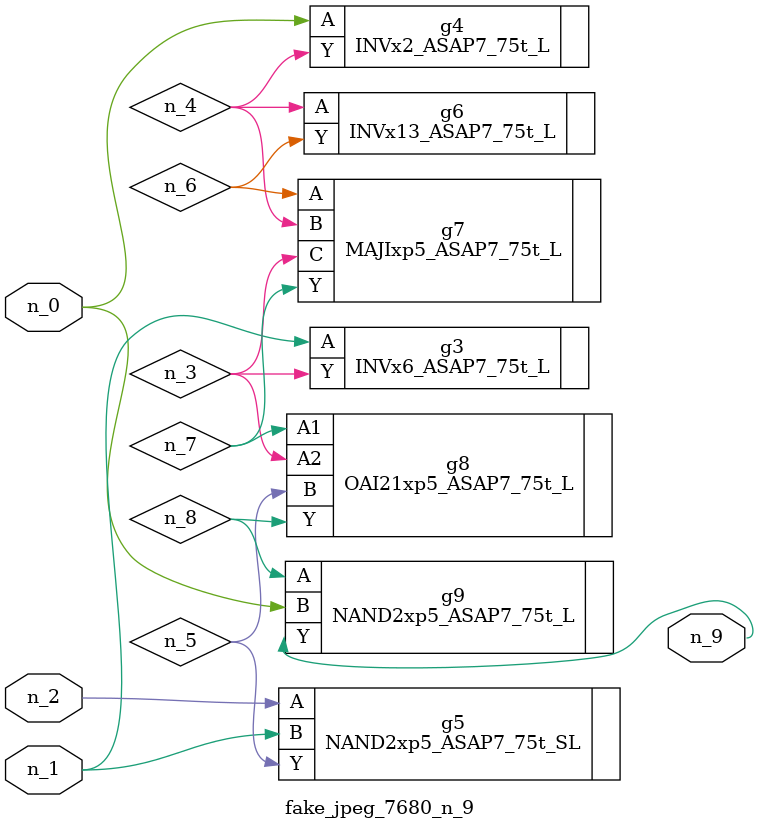
<source format=v>
module fake_jpeg_7680_n_9 (n_0, n_2, n_1, n_9);

input n_0;
input n_2;
input n_1;

output n_9;

wire n_3;
wire n_4;
wire n_8;
wire n_6;
wire n_5;
wire n_7;

INVx6_ASAP7_75t_L g3 ( 
.A(n_1),
.Y(n_3)
);

INVx2_ASAP7_75t_L g4 ( 
.A(n_0),
.Y(n_4)
);

NAND2xp5_ASAP7_75t_SL g5 ( 
.A(n_2),
.B(n_1),
.Y(n_5)
);

INVx13_ASAP7_75t_L g6 ( 
.A(n_4),
.Y(n_6)
);

MAJIxp5_ASAP7_75t_L g7 ( 
.A(n_6),
.B(n_4),
.C(n_3),
.Y(n_7)
);

OAI21xp5_ASAP7_75t_L g8 ( 
.A1(n_7),
.A2(n_3),
.B(n_5),
.Y(n_8)
);

NAND2xp5_ASAP7_75t_L g9 ( 
.A(n_8),
.B(n_0),
.Y(n_9)
);


endmodule
</source>
